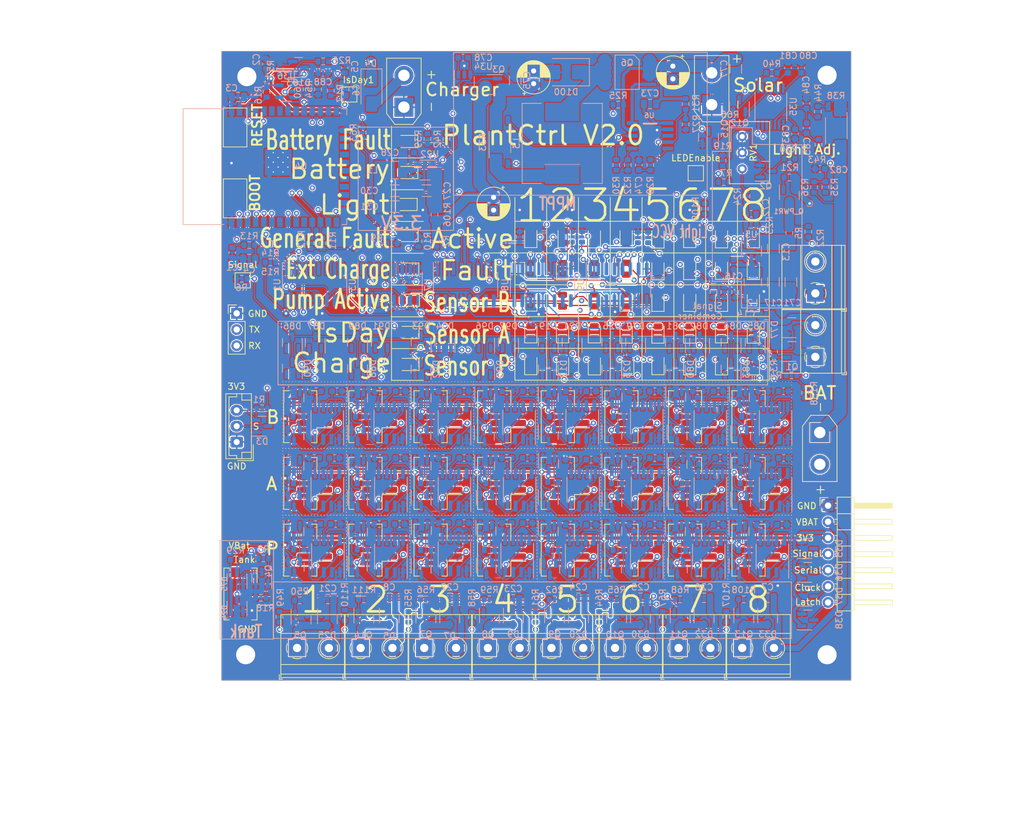
<source format=kicad_pcb>
(kicad_pcb (version 20221018) (generator pcbnew)

  (general
    (thickness 1.6)
  )

  (paper "A4")
  (layers
    (0 "F.Cu" signal)
    (1 "In1.Cu" signal)
    (2 "In2.Cu" signal)
    (31 "B.Cu" signal)
    (32 "B.Adhes" user "B.Adhesive")
    (33 "F.Adhes" user "F.Adhesive")
    (34 "B.Paste" user)
    (35 "F.Paste" user)
    (36 "B.SilkS" user "B.Silkscreen")
    (37 "F.SilkS" user "F.Silkscreen")
    (38 "B.Mask" user)
    (39 "F.Mask" user)
    (40 "Dwgs.User" user "User.Drawings")
    (41 "Cmts.User" user "User.Comments")
    (42 "Eco1.User" user "User.Eco1")
    (43 "Eco2.User" user "User.Eco2")
    (44 "Edge.Cuts" user)
    (45 "Margin" user)
    (46 "B.CrtYd" user "B.Courtyard")
    (47 "F.CrtYd" user "F.Courtyard")
    (48 "B.Fab" user)
    (49 "F.Fab" user)
  )

  (setup
    (stackup
      (layer "F.SilkS" (type "Top Silk Screen"))
      (layer "F.Paste" (type "Top Solder Paste"))
      (layer "F.Mask" (type "Top Solder Mask") (thickness 0.01))
      (layer "F.Cu" (type "copper") (thickness 0.035))
      (layer "dielectric 1" (type "prepreg") (thickness 0.1) (material "FR4") (epsilon_r 4.5) (loss_tangent 0.02))
      (layer "In1.Cu" (type "copper") (thickness 0.035))
      (layer "dielectric 2" (type "core") (thickness 1.24) (material "FR4") (epsilon_r 4.5) (loss_tangent 0.02))
      (layer "In2.Cu" (type "copper") (thickness 0.035))
      (layer "dielectric 3" (type "prepreg") (thickness 0.1) (material "FR4") (epsilon_r 4.5) (loss_tangent 0.02))
      (layer "B.Cu" (type "copper") (thickness 0.035))
      (layer "B.Mask" (type "Bottom Solder Mask") (thickness 0.01))
      (layer "B.Paste" (type "Bottom Solder Paste"))
      (layer "B.SilkS" (type "Bottom Silk Screen"))
      (copper_finish "HAL lead-free")
      (dielectric_constraints no)
    )
    (pad_to_mask_clearance 0.05)
    (aux_axis_origin 68.58 26.67)
    (grid_origin 68.58 26.67)
    (pcbplotparams
      (layerselection 0x003ffff_ffffffff)
      (plot_on_all_layers_selection 0x0000000_00000000)
      (disableapertmacros false)
      (usegerberextensions false)
      (usegerberattributes false)
      (usegerberadvancedattributes false)
      (creategerberjobfile false)
      (dashed_line_dash_ratio 12.000000)
      (dashed_line_gap_ratio 3.000000)
      (svgprecision 4)
      (plotframeref false)
      (viasonmask false)
      (mode 1)
      (useauxorigin false)
      (hpglpennumber 1)
      (hpglpenspeed 20)
      (hpglpendiameter 15.000000)
      (dxfpolygonmode true)
      (dxfimperialunits true)
      (dxfusepcbnewfont true)
      (psnegative false)
      (psa4output false)
      (plotreference true)
      (plotvalue true)
      (plotinvisibletext false)
      (sketchpadsonfab false)
      (subtractmaskfromsilk false)
      (outputformat 1)
      (mirror false)
      (drillshape 0)
      (scaleselection 1)
      (outputdirectory "gerber/")
    )
  )

  (net 0 "")
  (net 1 "Net-(U4-IO0)")
  (net 2 "Net-(U4-EN)")
  (net 3 "VBAT")
  (net 4 "GND")
  (net 5 "Net-(S_A_1-Pin_1)")
  (net 6 "Net-(U10-CV)")
  (net 7 "Net-(D2-A)")
  (net 8 "Net-(D12-A)")
  (net 9 "unconnected-(D12-K-Pad2)")
  (net 10 "3_3V")
  (net 11 "Temp")
  (net 12 "unconnected-(D19-K-Pad2)")
  (net 13 "Net-(S_B_1-Pin_1)")
  (net 14 "Net-(D21-A)")
  (net 15 "Net-(U22-BST)")
  (net 16 "Net-(PUMP2-Pin_1)")
  (net 17 "PUMP_ENABLE")
  (net 18 "TANK_SENSOR")
  (net 19 "Net-(PUMP3-Pin_1)")
  (net 20 "Net-(PUMP4-Pin_1)")
  (net 21 "Net-(PUMP1-Pin_1)")
  (net 22 "Net-(PUMP5-Pin_1)")
  (net 23 "Net-(PUMP6-Pin_1)")
  (net 24 "Net-(PUMP7-Pin_1)")
  (net 25 "Net-(PUMP8-Pin_1)")
  (net 26 "SerialOut")
  (net 27 "Clock")
  (net 28 "Latch")
  (net 29 "Net-(Q1-G)")
  (net 30 "unconnected-(D21-K-Pad2)")
  (net 31 "ESP_RX")
  (net 32 "ESP_TX")
  (net 33 "Net-(Boot1-Pad2)")
  (net 34 "SDA")
  (net 35 "SCL")
  (net 36 "unconnected-(D23-K-Pad2)")
  (net 37 "Net-(D26-A)")
  (net 38 "Net-(D10-K)")
  (net 39 "Net-(Q5-G)")
  (net 40 "unconnected-(D26-K-Pad2)")
  (net 41 "Net-(Q7-G)")
  (net 42 "Net-(Q8-G)")
  (net 43 "Net-(Q9-G)")
  (net 44 "Net-(Q10-G)")
  (net 45 "Net-(Q11-G)")
  (net 46 "Net-(Q4-G)")
  (net 47 "Net-(Q13-G)")
  (net 48 "Net-(Q14-G)")
  (net 49 "Net-(D78-A)")
  (net 50 "Net-(D79-A)")
  (net 51 "Net-(C5-Pad2)")
  (net 52 "unconnected-(D79-K-Pad2)")
  (net 53 "Net-(U11-CV)")
  (net 54 "Net-(D19-A)")
  (net 55 "PUMP1")
  (net 56 "Net-(D23-A)")
  (net 57 "PUMP3")
  (net 58 "Net-(D80-A)")
  (net 59 "Net-(R14-Pad2)")
  (net 60 "PUMP4")
  (net 61 "PUMP5")
  (net 62 "PUMP6")
  (net 63 "PUMP7")
  (net 64 "PUMP8")
  (net 65 "PUMP2")
  (net 66 "unconnected-(U4-SENSOR_VP-Pad4)")
  (net 67 "unconnected-(U4-IO34-Pad6)")
  (net 68 "unconnected-(U4-IO35-Pad7)")
  (net 69 "Net-(D78-K)")
  (net 70 "unconnected-(U4-IO14-Pad13)")
  (net 71 "unconnected-(U4-IO12-Pad14)")
  (net 72 "unconnected-(D80-K-Pad2)")
  (net 73 "unconnected-(U4-SHD{slash}SD2-Pad17)")
  (net 74 "unconnected-(U4-SWP{slash}SD3-Pad18)")
  (net 75 "unconnected-(U4-SCS{slash}CMD-Pad19)")
  (net 76 "unconnected-(U4-SCK{slash}CLK-Pad20)")
  (net 77 "unconnected-(U4-SDO{slash}SD0-Pad21)")
  (net 78 "unconnected-(U4-SDI{slash}SD1-Pad22)")
  (net 79 "unconnected-(U4-IO15-Pad23)")
  (net 80 "unconnected-(U4-IO5-Pad29)")
  (net 81 "SIGNAL")
  (net 82 "SerialIn")
  (net 83 "unconnected-(U4-NC-Pad32)")
  (net 84 "SENSOR1_PUMP_END")
  (net 85 "SENSOR1_A")
  (net 86 "SENSOR1_B")
  (net 87 "SENSOR2_PUMP_END")
  (net 88 "SENSOR2_A")
  (net 89 "SENSOR2_B")
  (net 90 "SENSOR3_PUMP_END")
  (net 91 "SENSOR3_A")
  (net 92 "SENSOR3_B")
  (net 93 "SENSOR4_PUMP_END")
  (net 94 "SENSOR4_A")
  (net 95 "SENSOR4_B")
  (net 96 "SENSOR5_PUMP_END")
  (net 97 "SENSOR5_A")
  (net 98 "SENSOR5_B")
  (net 99 "SENSOR6_PUMP_END")
  (net 100 "SENSOR6_A")
  (net 101 "SENSOR6_B")
  (net 102 "SENSOR7_PUMP_END")
  (net 103 "SENSOR7_A")
  (net 104 "SENSOR7_B")
  (net 105 "SENSOR8_PUMP_END")
  (net 106 "SENSOR8_A")
  (net 107 "SENSOR8_B")
  (net 108 "Net-(D10-A)")
  (net 109 "Net-(D2-K)")
  (net 110 "Net-(S_P_2-Pin_1)")
  (net 111 "Net-(U12-CV)")
  (net 112 "Net-(S_A_2-Pin_1)")
  (net 113 "Net-(U13-CV)")
  (net 114 "Net-(U2-CV)")
  (net 115 "Net-(S_B_2-Pin_1)")
  (net 116 "Net-(U14-CV)")
  (net 117 "Net-(S_P_3-Pin_1)")
  (net 118 "Net-(U15-CV)")
  (net 119 "Net-(S_A_3-Pin_1)")
  (net 120 "Net-(U16-CV)")
  (net 121 "Net-(S_B_3-Pin_1)")
  (net 122 "Net-(U17-CV)")
  (net 123 "Net-(S_P_4-Pin_1)")
  (net 124 "Net-(U18-CV)")
  (net 125 "Net-(S_A_4-Pin_1)")
  (net 126 "Net-(U19-CV)")
  (net 127 "Net-(S_B_4-Pin_1)")
  (net 128 "Net-(U20-CV)")
  (net 129 "Net-(S_P_5-Pin_1)")
  (net 130 "Net-(U21-CV)")
  (net 131 "Net-(S_A_5-Pin_1)")
  (net 132 "Net-(U23-CV)")
  (net 133 "Net-(P_FAULT1-K)")
  (net 134 "Net-(P_FAULT2-K)")
  (net 135 "Net-(P_FAULT3-K)")
  (net 136 "Net-(P_FAULT4-K)")
  (net 137 "Net-(P_FAULT5-K)")
  (net 138 "Net-(P_FAULT6-K)")
  (net 139 "Net-(P_FAULT7-K)")
  (net 140 "Net-(P_FAULT8-K)")
  (net 141 "Net-(S_B_5-Pin_1)")
  (net 142 "Net-(U24-CV)")
  (net 143 "Net-(S_P_6-Pin_1)")
  (net 144 "Net-(U25-CV)")
  (net 145 "Net-(S_A_6-Pin_1)")
  (net 146 "Net-(U26-CV)")
  (net 147 "Net-(S_B_6-Pin_1)")
  (net 148 "Net-(U27-CV)")
  (net 149 "Net-(S_P_7-Pin_1)")
  (net 150 "Net-(U28-CV)")
  (net 151 "Net-(S_A_7-Pin_1)")
  (net 152 "Net-(U29-CV)")
  (net 153 "Net-(S_B_7-Pin_1)")
  (net 154 "Net-(U30-CV)")
  (net 155 "Net-(S_P_8-Pin_1)")
  (net 156 "Net-(U31-CV)")
  (net 157 "Net-(S_A_8-Pin_1)")
  (net 158 "Net-(U32-CV)")
  (net 159 "Net-(S_B_8-Pin_1)")
  (net 160 "Net-(U33-CV)")
  (net 161 "Net-(S_P_1-Pin_1)")
  (net 162 "Net-(S_P_1-Pin_2)")
  (net 163 "Net-(S_A_1-Pin_2)")
  (net 164 "Net-(S_B_1-Pin_2)")
  (net 165 "Net-(S_P_2-Pin_2)")
  (net 166 "Net-(S_A_2-Pin_2)")
  (net 167 "Net-(S_B_2-Pin_2)")
  (net 168 "Net-(S_P_3-Pin_2)")
  (net 169 "Net-(S_A_3-Pin_2)")
  (net 170 "Net-(S_B_3-Pin_2)")
  (net 171 "Net-(S_P_4-Pin_2)")
  (net 172 "Net-(S_A_4-Pin_2)")
  (net 173 "Net-(S_B_4-Pin_2)")
  (net 174 "Net-(S_P_5-Pin_2)")
  (net 175 "Net-(S_A_5-Pin_2)")
  (net 176 "Net-(S_B_5-Pin_2)")
  (net 177 "Net-(S_P_6-Pin_2)")
  (net 178 "Net-(S_A_6-Pin_2)")
  (net 179 "Net-(S_B_6-Pin_2)")
  (net 180 "Net-(S_P_7-Pin_2)")
  (net 181 "Net-(S_A_7-Pin_2)")
  (net 182 "Net-(S_B_7-Pin_2)")
  (net 183 "Net-(S_P_8-Pin_2)")
  (net 184 "Net-(S_A_8-Pin_2)")
  (net 185 "Net-(S_B_8-Pin_2)")
  (net 186 "Net-(D81-A)")
  (net 187 "unconnected-(D81-K-Pad2)")
  (net 188 "Net-(D82-A)")
  (net 189 "unconnected-(D82-K-Pad2)")
  (net 190 "Net-(D83-A)")
  (net 191 "unconnected-(D83-K-Pad2)")
  (net 192 "Net-(D84-A)")
  (net 193 "unconnected-(D84-K-Pad2)")
  (net 194 "Net-(D85-A)")
  (net 195 "unconnected-(D85-K-Pad2)")
  (net 196 "Net-(D86-A)")
  (net 197 "unconnected-(D86-K-Pad2)")
  (net 198 "Net-(D87-A)")
  (net 199 "unconnected-(D87-K-Pad2)")
  (net 200 "Net-(D88-A)")
  (net 201 "unconnected-(D88-K-Pad2)")
  (net 202 "Net-(D89-A)")
  (net 203 "unconnected-(D89-K-Pad2)")
  (net 204 "Net-(D90-A)")
  (net 205 "unconnected-(D90-K-Pad2)")
  (net 206 "Net-(D91-A)")
  (net 207 "unconnected-(D91-K-Pad2)")
  (net 208 "Net-(D92-A)")
  (net 209 "unconnected-(D92-K-Pad2)")
  (net 210 "unconnected-(U2-DIS-Pad7)")
  (net 211 "unconnected-(U10-DIS-Pad7)")
  (net 212 "unconnected-(U11-DIS-Pad7)")
  (net 213 "unconnected-(U12-DIS-Pad7)")
  (net 214 "unconnected-(U13-DIS-Pad7)")
  (net 215 "unconnected-(U14-DIS-Pad7)")
  (net 216 "unconnected-(U15-DIS-Pad7)")
  (net 217 "unconnected-(U16-DIS-Pad7)")
  (net 218 "unconnected-(U17-DIS-Pad7)")
  (net 219 "unconnected-(U18-DIS-Pad7)")
  (net 220 "unconnected-(U19-DIS-Pad7)")
  (net 221 "unconnected-(U20-DIS-Pad7)")
  (net 222 "unconnected-(U21-DIS-Pad7)")
  (net 223 "unconnected-(U23-DIS-Pad7)")
  (net 224 "unconnected-(U24-DIS-Pad7)")
  (net 225 "unconnected-(U25-DIS-Pad7)")
  (net 226 "unconnected-(U26-DIS-Pad7)")
  (net 227 "unconnected-(U27-DIS-Pad7)")
  (net 228 "unconnected-(U28-DIS-Pad7)")
  (net 229 "unconnected-(U29-DIS-Pad7)")
  (net 230 "unconnected-(U30-DIS-Pad7)")
  (net 231 "unconnected-(U31-DIS-Pad7)")
  (net 232 "unconnected-(U32-DIS-Pad7)")
  (net 233 "unconnected-(U33-DIS-Pad7)")
  (net 234 "IsDay")
  (net 235 "S_VIN")
  (net 236 "Net-(D93-A)")
  (net 237 "unconnected-(D93-K-Pad2)")
  (net 238 "Net-(D94-A)")
  (net 239 "unconnected-(D94-K-Pad2)")
  (net 240 "Net-(D95-A)")
  (net 241 "unconnected-(D95-K-Pad2)")
  (net 242 "Net-(D96-A)")
  (net 243 "unconnected-(D96-K-Pad2)")
  (net 244 "Net-(D97-A)")
  (net 245 "unconnected-(D97-K-Pad2)")
  (net 246 "Net-(P_FAULT1-A)")
  (net 247 "Net-(P_FAULT2-A)")
  (net 248 "Net-(P_FAULT3-A)")
  (net 249 "Net-(P_FAULT4-A)")
  (net 250 "Net-(P_FAULT5-A)")
  (net 251 "Net-(P_FAULT6-A)")
  (net 252 "Net-(P_FAULT7-A)")
  (net 253 "Net-(P_FAULT8-A)")
  (net 254 "5K_VBAT")
  (net 255 "1K_GND")
  (net 256 "Net-(U1-QH')")
  (net 257 "unconnected-(U1-~{SRCLR}-Pad10)")
  (net 258 "Net-(U3-QH')")
  (net 259 "unconnected-(U3-~{SRCLR}-Pad10)")
  (net 260 "Net-(U7-QH')")
  (net 261 "unconnected-(U7-~{SRCLR}-Pad10)")
  (net 262 "Net-(U8-QH')")
  (net 263 "unconnected-(U8-~{SRCLR}-Pad10)")
  (net 264 "unconnected-(U9-~{SRCLR}-Pad10)")
  (net 265 "/Light_In")
  (net 266 "Net-(U5-BST)")
  (net 267 "Net-(Q2-G)")
  (net 268 "Net-(Q2-D)")
  (net 269 "Net-(Q_PWR1-G)")
  (net 270 "Net-(Q_PWR1-D)")
  (net 271 "LED_ENABLE")
  (net 272 "Net-(I2C3-A)")
  (net 273 "Net-(R24-Pad2)")
  (net 274 "Net-(U5-FB)")
  (net 275 "/Light+")
  (net 276 "Net-(U6-VG)")
  (net 277 "Net-(C74-Pad1)")
  (net 278 "Net-(D98-K)")
  (net 279 "Net-(D98-A)")
  (net 280 "Net-(D100-K)")
  (net 281 "Net-(L3-Pad2)")
  (net 282 "Net-(Q6-G)")
  (net 283 "Net-(U6-MPPT)")
  (net 284 "Net-(U6-COM)")
  (net 285 "Net-(U6-BAT)")
  (net 286 "Net-(U6-FB)")
  (net 287 "Net-(U6-CSP)")
  (net 288 "/3_3IN")
  (net 289 "/Light_cool")
  (net 290 "/3_3V_cool")
  (net 291 "Net-(Q3-S)")
  (net 292 "Net-(U34-VCAP)")
  (net 293 "Net-(Q3-G)")
  (net 294 "Net-(J3-Pin_1)")
  (net 295 "ENABLE_TANK")
  (net 296 "Net-(battery1-Pin_1)")
  (net 297 "Net-(U35-BAT)")
  (net 298 "Net-(U35-SRP)")
  (net 299 "Net-(U35-SRN)")
  (net 300 "Net-(D76-K)")
  (net 301 "Net-(D76-A)")
  (net 302 "Net-(D13-K)")
  (net 303 "Net-(D13-A)")
  (net 304 "Net-(R38-Pad2)")
  (net 305 "Net-(R38-Pad3)")
  (net 306 "BAT_LED")
  (net 307 "BAT_ALERT")
  (net 308 "unconnected-(U35-VEN-Pad2)")
  (net 309 "unconnected-(U35-P6{slash}TS-Pad11)")
  (net 310 "unconnected-(U35-P5{slash}HDQ-Pad12)")
  (net 311 "REG25")
  (net 312 "EXT_3V3")
  (net 313 "EXT_12V")
  (net 314 "Net-(C88-Pad1)")
  (net 315 "Net-(U36-+)")
  (net 316 "Net-(U36--)")
  (net 317 "Net-(D11-A)")

  (footprint "Button_Switch_SMD:SW_SPST_CK_RS282G05A3" (layer "F.Cu") (at 172.33 52.67 90))

  (footprint "LED_SMD:LED_0805_2012Metric" (layer "F.Cu") (at 228.83 84.8825 90))

  (footprint "LED_SMD:LED_0805_2012Metric" (layer "F.Cu") (at 233.83 79.8825 90))

  (footprint "Connector_AMASS:AMASS_XT30UPB-M_1x02_P5.0mm_Vertical" (layer "F.Cu") (at 247.28 49.07 90))

  (footprint "LED_SMD:LED_0805_2012Metric" (layer "F.Cu") (at 199.53 74.9575 180))

  (footprint "Button_Switch_SMD:SW_SPST_CK_RS282G05A3" (layer "F.Cu") (at 172.33 63.82 -90))

  (footprint "LED_SMD:LED_0805_2012Metric" (layer "F.Cu") (at 218.83 74.8825 90))

  (footprint "Connector_JST:JST_PH_B2B-PH-SM4-TB_1x02-1MP_P2.00mm_Vertical" (layer "F.Cu") (at 224.83 119.17 90))

  (footprint "LED_SMD:LED_0805_2012Metric" (layer "F.Cu") (at 228.83 74.92 90))

  (footprint "Connector_JST:JST_PH_B2B-PH-SM4-TB_1x02-1MP_P2.00mm_Vertical" (layer "F.Cu") (at 244.83 98.17 90))

  (footprint "LED_SMD:LED_0805_2012Metric" (layer "F.Cu") (at 218.83 79.8825 90))

  (footprint "Connector_AMASS:AMASS_XT30UPB-F_1x02_P5.0mm_Vertical" (layer "F.Cu") (at 264.28 100.67 -90))

  (footprint "LED_SMD:LED_0805_2012Metric" (layer "F.Cu") (at 223.83 79.92 90))

  (footprint "Connector_JST:JST_PH_B2B-PH-SM4-TB_1x02-1MP_P2.00mm_Vertical" (layer "F.Cu") (at 254.83 108.67 90))

  (footprint "TerminalBlock_Phoenix:TerminalBlock_Phoenix_MKDS-1,5-2_1x02_P5.00mm_Horizontal" (layer "F.Cu") (at 232.08 134.575))

  (footprint "TerminalBlock_Phoenix:TerminalBlock_Phoenix_MKDS-1,5-2_1x02_P5.00mm_Horizontal" (layer "F.Cu") (at 242.08 134.575))

  (footprint "TerminalBlock_Phoenix:TerminalBlock_Phoenix_MKDS-1,5-2_1x02_P5.00mm_Horizontal" (layer "F.Cu") (at 263.58 88.77 90))

  (footprint "Connector_JST:JST_PH_B2B-PH-SM4-TB_1x02-1MP_P2.00mm_Vertical" (layer "F.Cu") (at 194.58 98.17 90))

  (footprint "Connector_JST:JST_EH_B3B-EH-A_1x03_P2.50mm_Vertical" (layer "F.Cu") (at 172.58 102.17 90))

  (footprint "LED_SMD:LED_0805_2012Metric" (layer "F.Cu") (at 238.83 84.92 90))

  (footprint "LED_SMD:LED_0805_2012Metric" (layer "F.Cu") (at 199.43 69.6575 180))

  (footprint "Connector_PinHeader_2.54mm:PinHeader_1x07_P2.54mm_Horizontal" (layer "F.Cu") (at 265.58 112.17))

  (footprint "LED_SMD:LED_0805_2012Metric" (layer "F.Cu") (at 243.83 69.8825 90))

  (footprint "Connector_JST:JST_PH_B2B-PH-SM4-TB_1x02-1MP_P2.00mm_Vertical" (layer "F.Cu") (at 244.83 119.17 90))

  (footprint "LED_SMD:LED_0805_2012Metric" (layer "F.Cu") (at 233.83 74.8825 90))

  (footprint "LED_SMD:LED_0805_2012Metric" (layer "F.Cu") (at 233.83 84.92 90))

  (footprint "LED_SMD:LED_0805_2012Metric" (layer "F.Cu") (at 243.83 74.92 90))

  (footprint "Connector_JST:JST_PH_B2B-PH-SM4-TB_1x02-1MP_P2.00mm_Vertical" (layer "F.Cu") (at 224.83 108.67 90))

  (footprint "LED_SMD:LED_0805_2012Metric" (layer "F.Cu") (at 218.83 84.8825 90))

  (footprint "TerminalBlock_Phoenix:TerminalBlock_Phoenix_MKDS-1,5-2_1x02_P5.00mm_Horizontal" (layer "F.Cu") (at 222.08 134.575))

  (footprint "LED_SMD:LED_0805_2012Metric" (layer "F.Cu") (at 224.08 69.8825 90))

  (footprint "LED_SMD:LED_0805_2012Metric" (layer "F.Cu") (at 199.38 59.7575 180))

  (footprint "Connector_JST:JST_PH_B2B-PH-SM4-TB_1x02-1MP_P2.00mm_Vertical" (layer "F.Cu") (at 184.33 119.17 90))

  (footprint "LED_SMD:LED_0805_2012Metric" (layer "F.Cu") (at 218.83 89.8825 90))

  (footprint "LED_SMD:LED_0805_2012Metric" (layer "F.Cu") (at 248.83 84.8825 90))

  (footprint "TestPoint:TestPoint_Pad_2.0x2.0mm" (layer "F.Cu")
    (tstamp 5b12fa2b-f5c7-4441-8e31-1c0eca448068)
    (at 244.78 59.87 180)
    (descr "SMD rectangular pad as test Point, square 2.0mm side length")
    (tags "test point SMD pad rectangle square")
    (property "Sheetfile" "PlantCtrlESP32.kicad_sch")
    (property "Sheetname" "")
    (property "ki_description" "test point")
    (property "ki_keywords" "test point tp")
    (path "/421c599b-4cd1-4d3c-92b5-76708c5e738f")
    (attr exclude_from_pos_files)
    (fp_text reference "TP8" (at 0 -1.998 180) (layer "F.SilkS") hide
        (effects (font (size 1 1) (thickness 0.15)))
      (tstamp ad5c29e6-aa0e-47df-b492-3a21fb6ef6d1)
    )
    (fp_text value "LED-Enabled" (at 0 2.05 180) (layer "F.Fab")
        (effects (font (size 1 1) (thickness 0.15)))
      (tstamp 692c2459-62bc-40c9-a481-d52c7e5d9565)
    )
    (fp_text user "${REFERENCE}" (at 0 -2 180) (layer "F.Fab")
        (effects (font (size 1 1) (thickness 0.15)))
      (tstamp b8d0f646-2cfb-437c-80b7-fb486a122529)
    )
    (fp_line (start -1.2 -1.2) (end 1.2 -1.2)
      (stroke (width 0.12) (type solid)) (layer "F.SilkS") (tstamp 1e480c5c-dd57-4a59-8b53-d8cbe95c29cb))
    (fp_line (start -1.2 1.2) (end -1.2 -1.2)
      (stroke (width 0.12) (type solid)) (layer "F.SilkS") (tstamp 164338d6-4500-41fe-9664-8df6ee2c1681))
    (fp_line (start 1.2 -1.2) (end 1.2 1.2)
      (stroke (width 0.12) (type solid)) (layer "F.SilkS") (tstamp 2ed3ecc1-503d-4c21-861e-4d6591e0d34d))
    (fp_line (start 1.2 1.2) (end -1.2 1.2)
      (stroke (width 0.12) (type solid)) (layer "F.SilkS") (tstamp 47d08a09-2c2b-4e64-b685-d83dfcc388cf))
    (fp_line (start -1.5 -1.5) (end -1.5 1.5)
      (stroke (width 0.05) (type solid)) (layer "F.CrtYd") (tstamp b1369808-2837-4dc9-899a-80eefcd87dde))
    (fp_line (start -1.5 -1.5) (end 1.5 -1.5)
      (stroke (width 0.05) (type solid)) (layer "F.CrtYd") (tstamp 51a1d8be-fcf5-4aad-90ec-becff19d1cfb))
    (fp_line (start 1.5 1.5) (end -1.5 1.5)
      (stroke (width 0.05) (type solid)) (layer "F.CrtYd") (tstamp 9cb1593b-dd4d-4d27-80cd-bba4b9e5a8fb))
    (fp_line (start 1.5 1.5) (end 1.5 -1.5)
      (stroke (width 0.05) (type solid)) (layer "F.CrtYd") (tstamp 94c599d4-391c-4335-ae9d-0c99dacd72c7))
    (pad "1" smd rect (at 
... [5976689 chars truncated]
</source>
